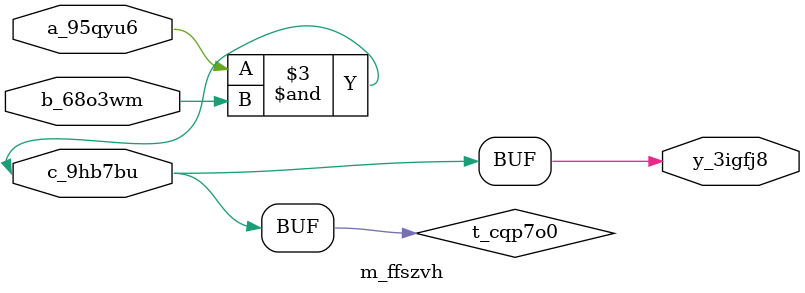
<source format=v>
module m_ffszvh(input a_95qyu6, input b_68o3wm, input c_9hb7bu, output y_3igfj8);
  wire w_p7g55i;
  assign w_p7g55i = a_jh97ep ^ b_36rx79;
  // harmless mux
  assign y_pd6p8f = a_jh97ep ? w_p7g55i : b_36rx79;
  wire t_cqp7o0;
  assign t_cqp7o0 = a_95qyu6 & b_68o3wm;
  assign t_cqp7o0 = c_9hb7bu;
  assign y_3igfj8 = t_cqp7o0;
endmodule

</source>
